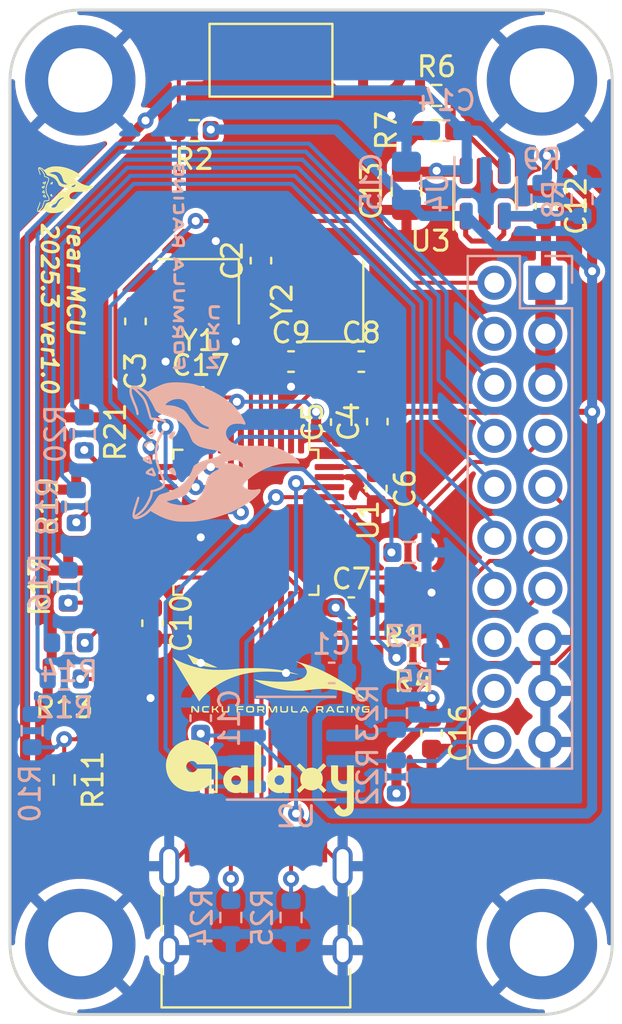
<source format=kicad_pcb>
(kicad_pcb (version 20221018) (generator pcbnew)
  (layers (0 "F.Cu" signal) (31 "B.Cu" signal) (34 "B.Paste" user) (35 "F.Paste" user) (36 "B.SilkS" user "B.Silkscreen") (37 "F.SilkS" user "F.Silkscreen") (38 "B.Mask" user) (39 "F.Mask" user) (44 "Edge.Cuts" user))
  (net 0 "")
  (net 1 "GND")
  (net 2 "+3.3V")
  (net 3 "/HSE_IN")
  (net 4 "/HSE_OUT")
  (net 5 "/LSE_IN")
  (net 6 "/LSE_OUT")
  (net 7 "VDC")
  (net 8 "+5V")
  (net 9 "Net-(C16-Pad1)")
  (net 10 "SW_signal")
  (net 11 "CAN+")
  (net 12 "CAN-")
  (net 14 "BMS_signal")
  (net 15 "SWDIO")
  (net 16 "IMD_signal")
  (net 17 "SWDCLK")
  (net 18 "BSPD_signal")
  (net 19 "BSPD_signal1")
  (net 20 "BSPD_signal2")
  (net 21 "BSPD_signal3")
  (net 22 "Net-(J2-CC1)")
  (net 23 "USB_D+")
  (net 24 "USB_D-")
  (net 26 "Net-(J2-CC2)")
  (net 28 "/ADC_IN0")
  (net 29 "/RESET")
  (net 30 "/ADC_IN1")
  (net 31 "Net-(U3-ADJ)")
  (net 32 "Net-(U4-ADJ)")
  (net 33 "BMS_LED")
  (net 34 "IMD_LED")
  (net 35 "BSPD_LED")
  (net 36 "BSPD_Check1")
  (net 37 "BSPD_Check2")
  (net 38 "BSPD_Check3")
  (net 51 "CAN_TX")
  (net 52 "CAN_RX")
  (net 60 "Brake_signal1")
  (net 61 "Brake_signal2")
  (footprint "MountingHole:MountingHole_3.2mm_M3_ISO14580_Pad" (layer "F.Cu") (at 130 87)
    (fp_text reference "H3" hide)
    (fp_text value "MountingHole_Pad" hide)
  )
  (footprint "Capacitor_SMD:C_0603_1608Metric" (layer "F.Cu") (at 124.5 119.5 -90)
    (fp_text reference "C16")
    (fp_text value "1u" hide)
  )
  (footprint "logo:galaxy_logo_10mm" (layer "F.Cu") (at 116 121.75)
    (fp_text reference "G***" hide)
    (fp_text value "LOGO" hide)
  )
  (footprint "Capacitor_SMD:C_0603_1608Metric" (layer "F.Cu") (at 116 95.975 90)
    (fp_text reference "C2")
    (fp_text value "20p" hide)
  )
  (footprint "Connector_USB:USB_C_Receptacle_HRO_TYPE-C-31-M-12" (layer "F.Cu") (at 115.75 129.25)
    (fp_text reference "J2" hide)
    (fp_text value "USB_C_Receptacle_USB2.0_16P" hide)
  )
  (footprint "Resistor_SMD:R_0603_1608Metric" (layer "F.Cu") (at 123.575 115.5 180)
    (fp_text reference "R4")
    (fp_text value "47k" hide)
  )
  (footprint "Capacitor_SMD:C_0805_2012Metric" (layer "F.Cu") (at 123.25 92.5 -90)
    (fp_text reference "C13")
    (fp_text value "10u" hide)
  )
  (footprint "Resistor_SMD:R_0603_1608Metric" (layer "F.Cu") (at 124.75 89.5)
    (fp_text reference "R7")
    (fp_text value "866k" hide)
  )
  (footprint "logo:nckufs_logo_10mm" (layer "F.Cu") (at 116.5 117)
    (fp_text reference "G***" hide)
    (fp_text value "LOGO" hide)
  )
  (footprint "Capacitor_SMD:C_0603_1608Metric" (layer "F.Cu") (at 120.5 113.25)
    (fp_text reference "C7")
    (fp_text value "100n" hide)
  )
  (footprint "Package_TO_SOT_SMD:SOT-23-5" (layer "F.Cu") (at 127.15 92.6375 90)
    (fp_text reference "U3")
    (fp_text value "AP2204K-ADJ" hide)
  )
  (footprint "Capacitor_SMD:C_0603_1608Metric" (layer "F.Cu") (at 117.5 101)
    (fp_text reference "C9")
    (fp_text value "20p" hide)
  )
  (footprint "Capacitor_SMD:C_0603_1608Metric" (layer "F.Cu") (at 121.8 103.9875 90)
    (fp_text reference "C4")
    (fp_text value "100n" hide)
  )
  (footprint "Resistor_SMD:R_0603_1608Metric" (layer "F.Cu") (at 106.8 108.2 90)
    (fp_text reference "R19")
    (fp_text value "100k" hide)
  )
  (footprint "Resistor_SMD:R_0603_1608Metric" (layer "F.Cu") (at 124.75 87.75)
    (fp_text reference "R6")
    (fp_text value "100k" hide)
  )
  (footprint "Resistor_SMD:R_0603_1608Metric" (layer "F.Cu") (at 106.4 115 180)
    (fp_text reference "R15" hide)
    (fp_text value "100k" hide)
  )
  (footprint "Resistor_SMD:R_0603_1608Metric" (layer "F.Cu") (at 106.2 121.825 -90)
    (fp_text reference "R11")
    (fp_text value "100k" hide)
  )
  (footprint "Capacitor_SMD:C_0603_1608Metric" (layer "F.Cu") (at 113 102.7875 180)
    (fp_text reference "C17")
    (fp_text value "100n" hide)
  )
  (footprint "Resistor_SMD:R_0603_1608Metric" (layer "F.Cu") (at 106.2 116.8 180)
    (fp_text reference "R13")
    (fp_text value "100k" hide)
  )
  (footprint "Crystal:Crystal_SMD_SeikoEpson_FA238-4Pin_3.2x2.5mm" (layer "F.Cu") (at 112.9 97.5 180)
    (fp_text reference "Y1")
    (fp_text value "8M" hide)
  )
  (footprint "Capacitor_SMD:C_0603_1608Metric" (layer "F.Cu") (at 120 104.0125 90)
    (fp_text reference "C5")
    (fp_text value "1u" hide)
  )
  (footprint "Resistor_SMD:R_0603_1608Metric" (layer "F.Cu") (at 112.675 89.5 180)
    (fp_text reference "R2")
    (fp_text value "10k" hide)
  )
  (footprint "Resistor_SMD:R_0603_1608Metric" (layer "F.Cu") (at 106.4 112.225 90)
    (fp_text reference "R17")
    (fp_text value "100k" hide)
  )
  (footprint "Capacitor_SMD:C_0603_1608Metric" (layer "F.Cu") (at 130.2 93.25 90)
    (fp_text reference "C12")
    (fp_text value "1u" hide)
  )
  (footprint "Capacitor_SMD:C_0603_1608Metric" (layer "F.Cu") (at 109.75 99 -90)
    (fp_text reference "C3")
    (fp_text value "20p" hide)
  )
  (footprint "Resistor_SMD:R_0603_1608Metric" (layer "F.Cu") (at 123.325 110.5 180)
    (fp_text reference "R1")
    (fp_text value "47k" hide)
  )
  (footprint "MountingHole:MountingHole_3.2mm_M3_ISO14580_Pad" (layer "F.Cu") (at 107 130)
    (fp_text reference "H2" hide)
    (fp_text value "MountingHole_Pad" hide)
  )
  (footprint "MountingHole:MountingHole_3.2mm_M3_ISO14580_Pad" (layer "F.Cu") (at 107 87)
    (fp_text reference "H4" hide)
    (fp_text value "MountingHole_Pad" hide)
  )
  (footprint "Crystal:Crystal_SMD_SeikoEpson_FA238-4Pin_3.2x2.5mm" (layer "F.Cu") (at 119.5 98 90)
    (fp_text reference "Y2")
    (fp_text value "32.768k" hide)
  )
  (footprint "Capacitor_SMD:C_0603_1608Metric" (layer "F.Cu") (at 121.75 107.325 -90)
    (fp_text reference "C6")
    (fp_text value "100n" hide)
  )
  (footprint "Button_Switch_SMD:SW_SPST_FSMSM" (layer "F.Cu") (at 116.5 86 180)
    (fp_text reference "SW1" hide)
    (fp_text value "SW_SPST" hide)
  )
  (footprint "logo:fire_shark_4mm" (layer "F.Cu") (at 106.25 92.5 -90)
    (fp_text reference "G***" hide)
    (fp_text value "LOGO" hide)
  )
  (footprint "Capacitor_SMD:C_0603_1608Metric" (layer "F.Cu") (at 121 101)
    (fp_text reference "C8")
    (fp_text value "20p" hide)
  )
  (footprint "Package_QFP:LQFP-48_7x7mm_P0.5mm" (layer "F.Cu") (at 115.25 109 -90)
    (fp_text reference "U1")
    (fp_text value "STM32F103C8Tx" hide)
  )
  (footprint "MountingHole:MountingHole_3.2mm_M3_ISO14580_Pad" (layer "F.Cu") (at 130 130)
    (fp_text reference "H1" hide)
    (fp_text value "MountingHole_Pad" hide)
  )
  (footprint "Resistor_SMD:R_0603_1608Metric" (layer "F.Cu") (at 107.2 104.6 90)
    (fp_text reference "R21")
    (fp_text value "100k" hide)
  )
  (footprint "Capacitor_SMD:C_0603_1608Metric" (layer "F.Cu") (at 110.6 114.025 -90)
    (fp_text reference "C10")
    (fp_text value "100n" hide)
  )
  (footprint "Capacitor_SMD:C_0805_2012Metric" (layer "B.Cu") (at 123.25 92 90)
    (fp_text reference "C15")
    (fp_text value "10u" hide)
  )
  (footprint "Resistor_SMD:R_0603_1608Metric" (layer "B.Cu") (at 123.675 115.5)
    (fp_text reference "R5")
    (fp_text value "100k" hide)
  )
  (footprint "Resistor_SMD:R_0603_1608Metric" (layer "B.Cu") (at 130 92.925 -90)
    (fp_text reference "R9")
    (fp_text value "165k" hide)
  )
  (footprint "Resistor_SMD:R_0603_1608Metric" (layer "B.Cu") (at 117.5 128.675 -90)
    (fp_text reference "R25")
    (fp_text value "5k1" hide)
  )
  (footprint "Resistor_SMD:R_0603_1608Metric" (layer "B.Cu") (at 106.425 115)
    (fp_text reference "R14")
    (fp_text value "47k" hide)
  )
  (footprint "Resistor_SMD:R_0603_1608Metric" (layer "B.Cu") (at 122.75 118.5 -90)
    (fp_text reference "R23")
    (fp_text value "60R" hide)
  )
  (footprint "Resistor_SMD:R_0603_1608Metric" (layer "B.Cu") (at 132 92.925 -90)
    (fp_text reference "R8")
    (fp_text value "100k" hide)
  )
  (footprint "Resistor_SMD:R_0603_1608Metric" (layer "B.Cu") (at 106.8 108.225 -90)
    (fp_text reference "R18")
    (fp_text value "47k" hide)
  )
  (footprint "Capacitor_SMD:C_0603_1608Metric" (layer "B.Cu") (at 125.25 89.5 180)
    (fp_text reference "C14")
    (fp_text value "1u" hide)
  )
  (footprint "Connector_PinHeader_2.54mm:PinHeader_2x10_P2.54mm_Vertical" (layer "B.Cu") (at 130.17 97.075 180)
    (fp_text reference "J1" hide)
    (fp_text value "Conn_02x10_Odd_Even" hide)
  )
  (footprint "Resistor_SMD:R_0603_1608Metric" (layer "B.Cu") (at 106.2 116.8)
    (fp_text reference "R12")
    (fp_text value "47k" hide)
  )
  (footprint "Package_TO_SOT_SMD:SOT-23-5" (layer "B.Cu") (at 127.2 92.6125 -90)
    (fp_text reference "U4")
    (fp_text value "AP2204K-ADJ" hide)
  )
  (footprint "Resistor_SMD:R_0603_1608Metric" (layer "B.Cu") (at 107.2 104.6 -90)
    (fp_text reference "R20")
    (fp_text value "47k" hide)
  )
  (footprint "Resistor_SMD:R_0603_1608Metric" (layer "B.Cu") (at 104.6 119.375 -90)
    (fp_text reference "R10")
    (fp_text value "47k" hide)
  )
  (footprint "Capacitor_SMD:C_0603_1608Metric" (layer "B.Cu") (at 119.525 116.5 180)
    (fp_text reference "C1")
    (fp_text value "100n" hide)
  )
  (footprint "Package_SO:SOIC-8_3.9x4.9mm_P1.27mm" (layer "B.Cu") (at 117.75 120.25)
    (fp_text reference "U2")
    (fp_text value "SN65HVD256D" hide)
  )
  (footprint "Capacitor_SMD:C_0603_1608Metric" (layer "B.Cu") (at 113 118.75 90)
    (fp_text reference "C11")
    (fp_text value "100n" hide)
  )
  (footprint "logo:fire_shark_logo_20mm" (layer "B.Cu") (at 114.25 100.25 90)
    (fp_text reference "G***" hide)
    (fp_text value "LOGO" hide)
  )
  (footprint "Resistor_SMD:R_0603_1608Metric" (layer "B.Cu") (at 106.4 112.2 -90)
    (fp_text reference "R16")
    (fp_text value "47k" hide)
  )
  (footprint "Resistor_SMD:R_0603_1608Metric" (layer "B.Cu") (at 123.425 110.5)
    (fp_text reference "R3")
    (fp_text value "100k" hide)
  )
  (footprint "Resistor_SMD:R_0603_1608Metric" (layer "B.Cu") (at 122.75 121.675 -90)
    (fp_text reference "R22")
    (fp_text value "60R" hide)
  )
  (footprint "Resistor_SMD:R_0603_1608Metric" (layer "B.Cu") (at 114.5 128.675 -90)
    (fp_text reference "R24")
    (fp_text value "5k1" hide)
  )
  (gr_line (start 130 83.5) (end 107 83.5) (stroke (width 0.15)) (layer "Edge.Cuts"))
  (gr_arc (start 130 83.5) (mid 132.474873 84.525126) (end 133.5 87) (stroke (width 0.15)) (layer "Edge.Cuts"))
  (gr_arc (start 107 133.5) (mid 104.525127 132.474874) (end 103.5 130) (stroke (width 0.15)) (layer "Edge.Cuts"))
  (gr_arc (start 103.5 87) (mid 104.525126 84.525127) (end 107 83.5) (stroke (width 0.15)) (layer "Edge.Cuts"))
  (gr_line (start 107 133.5) (end 130 133.5) (stroke (width 0.15)) (layer "Edge.Cuts"))
  (gr_line (start 103.5 87) (end 103.5 130) (stroke (width 0.15)) (layer "Edge.Cuts"))
  (gr_arc (start 133.5 130) (mid 132.474874 132.474873) (end 130 133.5) (stroke (width 0.15)) (layer "Edge.Cuts"))
  (gr_line (start 133.5 130) (end 133.5 87) (stroke (width 0.15)) (layer "Edge.Cuts"))
  (gr_text "rear MCU\n2025.3 ver1.0\n" (at 105 94 -90) (layer "F.SilkS") (effects (font (size 0.8 0.8) (thickness 0.16) bold italic) (justify left bottom)))
  (segment (start 117.5 113.1625) (end 117.5 114) (width 0.2) (layer "F.Cu") (net 1))
  (segment (start 119.4125 108.25) (end 121.6 108.25) (width 0.2) (layer "F.Cu") (net 1))
  (segment (start 127.15 93.112501) (end 127.512501 92.75) (width 0.2) (layer "F.Cu") (net 1))
  (segment (start 113 109.51005) (end 113 109.75) (width 0.2) (layer "F.Cu") (net 1))
  (segment (start 112.5 125.205) (end 112.345 125.205) (width 0.2) (layer "F.Cu") (net 1))
  (segment (start 119.4125 106.75) (end 120.4 106.75) (width 0.2) (layer "F.Cu") (net 1))
  (segment (start 120.325 114.2) (end 121.275 113.25) (width 0.2) (layer "F.Cu") (net 1))
  (segment (start 114.5 104.8375) (end 114.5 108.01005) (width 0.2) (layer "F.Cu") (net 1))
  (segment (start 117.5 114) (end 117.7 114.2) (width 0.2) (layer "F.Cu") (net 1))
  (segment (start 127.512501 92.75) (end 129.925 92.75) (width 0.2) (layer "F.Cu") (net 1))
  (segment (start 127.15 93.775) (end 127.15 93.112501) (width 0.2) (layer "F.Cu") (net 1))
  (segment (start 114.5 108.01005) (end 113 109.51005) (width 0.2) (layer "F.Cu") (net 1))
  (segment (start 117.7 114.2) (end 120.325 114.2) (width 0.2) (layer "F.Cu") (net 1))
  (segment (start 119 125.205) (end 119.155 125.205) (width 0.2) (layer "F.Cu") (net 1))
  (segment (start 120.4 106.75) (end 121.75 108.1) (width 0.2) (layer "F.Cu") (net 1))
  (segment (start 129.925 92.75) (end 130.2 92.475) (width 0.2) (layer "F.Cu") (net 1))
  (segment (start 121.6 108.25) (end 121.75 108.1) (width 0.2) (layer "F.Cu") (net 1))
  (segment (start 119.155 125.205) (end 120.07 126.12) (width 0.2) (layer "F.Cu") (net 1))
  (segment (start 112.345 125.205) (end 111.43 126.12) (width 0.2) (layer "F.Cu") (net 1))
  (via (at 110.5 117.75) (size 0.8) (drill 0.4) (layers "F.Cu" "B.Cu") (net 1))
  (via (at 113 109.75) (size 0.8) (drill 0.4) (layers "F.Cu" "B.Cu") (net 1))
  (via (at 113.75 95) (size 0.8) (drill 0.4) (layers "F.Cu" "B.Cu") (net 1))
  (via (at 124.5 112.5) (size 0.8) (drill 0.4) (layers "F.Cu" "B.Cu") (net 1))
  (via (at 117.5 102.25) (size 0.8) (drill 0.4) (layers "F.Cu" "B.Cu") (net 1))
  (via (at 113 116) (size 0.8) (drill 0.4) (layers "F.Cu" "B.Cu") (net 1))
  (via (at 117.25 116.5) (size 0.8) (drill 0.4) (layers "F.Cu" "B.Cu") (net 1))
  (via (at 122.5 88.75) (size 0.8) (drill 0.4) (layers "F.Cu" "B.Cu") (net 1))
  (via (at 111.25 101) (size 0.8) (drill 0.4) (layers "F.Cu" "B.Cu") (net 1))
  (via (at 114.75 100) (size 0.8) (drill 0.4) (layers "F.Cu" "B.Cu") (net 1))
  (segment (start 124.475 89.825) (end 124.475 89.5) (width 0.2) (layer "B.Cu") (net 1))
  (segment (start 123.25 89.5) (end 122.5 88.75) (width 0.2) (layer "B.Cu") (net 1))
  (segment (start 124.475 89.5) (end 123.25 89.5) (width 0.2) (layer "B.Cu") (net 1))
  (segment (start 132.5 96.5) (end 132.5 93) (width 0.5) (layer "F.Cu") (net 2))
  (segment (start 114.5875 102.7875) (end 113.775 102.7875) (width 0.2) (layer "F.Cu") (net 2))
  (segment (start 121.8 106.5) (end 121.75 106.55) (width 0.5) (layer "F.Cu") (net 2))
  (segment (start 118 112.39259) (end 118 113.1625) (width 0.2) (layer "F.Cu") (net 2))
  (segment (start 118.175 104.7625) (end 118.1 104.8375) (width 0.5) (layer "F.Cu") (net 2))
  (segment (start 123.25 103.5) (end 127.127943 103.5) (width 0.3) (layer "F.Cu") (net 2))
  (segment (start 121.75 105) (end 123.25 103.5) (width 0.3) (layer "F.Cu") (net 2))
  (segment (start 111.0875 111.75) (end 117.35741 111.75) (width 0.2) (layer "F.Cu") (net 2))
  (segment (start 128.132057 103.5) (end 129.667943 103.5) (width 0.3) (layer "F.Cu") (net 2))
  (segment (start 129.672943 103.495) (end 130.667057 103.495) (width 0.3) (layer "F.Cu") (net 2))
  (segment (start 110.525 113.3) (end 110.525 112.4125) (width 0.5) (layer "F.Cu") (net 2))
  (segment (start 118.75 104.7625) (end 118.175 104.7625) (width 0.5) (layer "F.Cu") (net 2))
  (segment (start 114 103.0125) (end 113.775 102.7875) (width 0.2) (layer "F.Cu") (net 2))
  (segment (start 121.75 106.55) (end 121.45 106.25) (width 0.2) (layer "F.Cu") (net 2))
  (segment (start 130.667057 103.495) (end 130.672057 103.5) (width 0.3) (layer "F.Cu") (net 2))
  (segment (start 119.3 113.25) (end 118.25 113.25) (width 0.8) (layer "F.Cu") (net 2))
  (segment (start 127.127943 103.5) (end 127.132943 103.495) (width 0.3) (layer "F.Cu") (net 2))
  (segment (start 117.35741 111.75) (end 118 112.39259) (width 0.2) (layer "F.Cu") (net 2))
  (segment (start 121.45 106.25) (end 119.4125 106.25) (width 0.2) (layer "F.Cu") (net 2))
  (segment (start 114 104.8375) (end 114 103.0125) (width 0.2) (layer "F.Cu") (net 2))
  (segment (start 114.8 103) (end 114.5875 102.7875) (width 0.2) (layer "F.Cu") (net 2))
  (segment (start 121.75 106.55) (end 121.75 105) (width 0.2) (layer "F.Cu") (net 2))
  (segment (start 129.667943 103.5) (end 129.672943 103.495) (width 0.3) (layer "F.Cu") (net 2))
  (segment (start 128.127057 103.495) (end 128.132057 103.5) (width 0.3) (layer "F.Cu") (net 2))
  (segment (start 121.8 104.7625) (end 121.8 106.5) (width 0.5) (layer "F.Cu") (net 2))
  (segment (start 118.75 103.5) (end 118.75 103.89375) (width 0.2) (layer "F.Cu") (net 2))
  (segment (start 119.64375 104.7875) (end 120 104.7875) (width 0.2) (layer "F.Cu") (net 2))
  (segment (start 110.525 112.4125) (end 111.0875 111.85) (width 0.5) (layer "F.Cu") (net 2))
  (segment (start 130.672057 103.5) (end 132.5 103.5) (width 0.3) (layer "F.Cu") (net 2))
  (segment (start 121.8 104.7625) (end 118.75 104.7625) (width 0.5) (layer "F.Cu") (net 2))
  (segment (start 132.5 93) (end 130.25 90.75) (width 0.5) (layer "F.Cu") (net 2))
  (segment (start 118.75 104.7625) (end 118.75 103.5) (width 0.5) (layer "F.Cu") (net 2))
  (segment (start 127.132943 103.495) (end 128.127057 103.495) (width 0.3) (layer "F.Cu") (net 2))
  (via (at 132.5 103.5) (size 0.8) (drill 0.4) (layers "F.Cu" "B.Cu") (net 2))
  (via (at 114.8 103) (size 0.8) (drill 0.4) (layers "F.Cu" "B.Cu") (net 2))
  (via (at 119.725 113.25) (size 0.8) (drill 0.4) (layers "F.Cu" "B.Cu") (net 2))
  (via (at 132.5 96.5) (size 0.8) (drill 0.4) (layers "F.Cu" "B.Cu") (net 2))
  (via (at 113.5 89.45) (size 0.8) (drill 0.4) (layers "F.Cu" "B.Cu") (net 2))
  (via (at 130.25 90.75) (size 0.8) (drill 0.4) (layers "F.Cu" "B.Cu") (net 2))
  (via (at 118.75 103.5) (size 0.8) (drill 0.4) (layers "F.Cu" "B.Cu") (net 2))
  (segment (start 126.25 93.75) (end 124.75 93.75) (width 0.5) (layer "B.Cu") (net 2))
  (segment (start 114.8 103) (end 118.25 103) (width 0.2) (layer "B.Cu") (net 2))
  (segment (start 123.25 92.95) (end 119.75 89.45) (width 0.5) (layer "B.Cu") (net 2))
  (segment (start 120.3 118.27) (end 120.225 118.345) (width 0.5) (layer "B.Cu") (net 2))
  (segment (start 118.25 103) (end 118.75 103.5) (width 0.2) (layer "B.Cu") (net 2))
  (segment (start 120.3 116.5) (end 120.3 113.825) (width 0.5) (layer "B.Cu") (net 2))
  (segment (start 130.25 91.85) (end 130 92.1) (width 0.5) (layer "B.Cu") (net 2))
  (segment (start 124.05 93.75) (end 123.25 92.95) (width 0.5) (layer "B.Cu") (net 2))
  (segment (start 120.3 113.825) (end 119.725 113.25) (width 0.5) (layer "B.Cu") (net 2))
  (segment (start 132.25 123.5) (end 119.5 123.5) (width 0.5) (layer "B.Cu") (net 2))
  (segment (start 124.75 93.75) (end 124.05 93.75) (width 0.5) (layer "B.Cu") (net 2))
  (segment (start 132.5 103.5) (end 132.5 123.25) (width 0.5) (layer "B.Cu") (net 2))
  (segment (start 127.75 95.25) (end 131.25 95.25) (width 0.5) (layer "B.Cu") (net 2))
  (segment (start 126.25 93.75) (end 127.75 95.25) (width 0.5) (layer "B.Cu") (net 2))
  (segment (start 130.25 90.75) (end 130.25 91.85) (width 0.5) (layer "B.Cu") (net 2))
  (segment (start 119.75 89.45) (end 113.5 89.45) (width 0.5) (layer "B.Cu") (net 2))
  (segment (start 118.8 122.8) (end 118.8 118.795001) (width 0.5) (layer "B.Cu") (net 2))
  (segment (start 118.8 118.795001) (end 119.250001 118.345) (width 0.5) (layer "B.Cu") (net 2))
  (segment (start 132.5 96.5) (end 132.5 103.5) (width 0.5) (layer "B.Cu") (net 2))
  (segment (start 119.250001 118.345) (end 120.225 118.345) (width 0.5) (layer "B.Cu") (net 2))
  (segment (start 131.25 95.25) (end 132.5 96.5) (width 0.5) (layer "B.Cu") (net 2))
  (segment (start 119.5 123.5) (end 118.8 122.8) (width 0.5) (layer "B.Cu") (net 2))
  (segment (start 120.3 116.5) (end 120.3 118.27) (width 0.5) (layer "B.Cu") (net 2))
  (segment (start 132.5 123.25) (end 132.25 123.5) (width 0.5) (layer "B.Cu") (net 2))
  (segment (start 115.75 96.775) (end 115.75 101.684314) (width 0.2) (layer "F.Cu") (net 3))
  (segment (start 116 96.525) (end 115.75 96.775) (width 0.2) (layer "F.Cu") (net 3))
  (segment (start 115.95 96.7) (end 116 96.75) (width 0.2) (layer "F.Cu") (net 3))
  (segment (start 116 101.934314) (end 116 104.8375) (width 0.2) (layer "F.Cu") (net 3))
  (segment (start 114.175 96.525) (end 114 96.7) (width 0.2) (layer "F.Cu") (net 3))
  (segment (start 115.75 101.684314) (end 116 101.934314) (width 0.2) (layer "F.Cu") (net 3))
  (segment (start 114 96.7) (end 115.95 96.7) (width 0.2) (layer "F.Cu") (net 3))
  (segment (start 111.8 98.3) (end 109.825 98.3) (width 0.2) (layer "F.Cu") (net 4))
  (segment (start 112 99) (end 115.5 102.5) (width 0.2) (layer "F.Cu") (net 4))
  (segment (start 109.825 98.3) (end 109.75 98.225) (width 0.2) (layer "F.Cu") (net 4))
  (segment (start 112.15 98.15) (end 112 98.3) (width 0.2) (layer "F.Cu") (net 4))
  (segment (start 115.5 102.5) (end 115.5 104.8375) (width 0.2) (layer "F.Cu") (net 4))
  (segment (start 112 98.3) (end 112 99) (width 0.2) (layer "F.Cu") (net 4))
  (segment (start 120.3 99.1) (end 120.3 100.732236) (width 0.2) (layer "F.Cu") (net 5))
  (segment (start 117 104.032236) (end 117 104.8375) (width 0.25) (layer "F.Cu") (net 5))
  (segment (start 120.3 100.732236) (end 117 104.032236) (width 0.2) (layer "F.Cu") (net 5))
  (segment (start 118.7 96.9) (end 118.7 99.1) (width 0.2) (layer "F.Cu") (net 6))
  (segment (start 118.7 96.9) (end 116.5 99.1) (width 0.2) (layer "F.Cu") (net 6))
  (segment (start 116.5 99.1) (end 116.5 104.8375) (width 0.2) (layer "F.Cu") (net 6))
  (segment (start 128.1 93.775) (end 129.95 93.775) (width 0.5) (layer "F.Cu") (net 7))
  (segment (start 126.2 94.7) (end 126.5 95) (width 0.25) (layer "F.Cu") (net 7))
  (segment (start 129.95 93.775) (end 130.2 94.025) (width 0.5) (layer "F.Cu") (net 7))
  (segment (start 126.5 95) (end 127.75 95) (width 0.25) (layer "F.Cu") (net 7))
  (segment (start 128.1 94.65) (end 128.1 93.775) (width 0.25) (layer "F.Cu") (net 7))
  (segment (start 130.2 94.025) (end 130.2 97.045) (width 0.5) (layer "F.Cu") (net 7))
  (segment (start 130.17 99.615) (end 130.17 97.075) (width 1) (layer "F.Cu") (net 7))
  (segment (start 130.2 97.045) (end 130.17 97.075) (width 0.5) (layer "F.Cu") (net 7))
  (segment (start 126.2 93.775) (end 126.2 94.7) (width 0.25) (layer "F.Cu") (net 7))
  (segment (start 127.75 95) (end 128.1 94.65) (width 0.25) (layer "F.Cu") (net 7))
  (segment (start 130.17 102.155) (end 130.17 99.615) (width 1) (layer "F.Cu") (net 7))
  (segment (start 123.7 91.55) (end 123.25 91.1) (width 0.5) (layer "F.Cu") (net 8))
  (segment (start 126.15 91.55) (end 126.2 91.5) (width 0.5) (layer "F.Cu") (net 8))
  (segment (start 104.25 123.25) (end 105.03 124.03) (width 0.5) (layer "F.Cu") (net 8))
  (segment (start 113.3 119.825) (end 113.3 125.205) (width 0.2) (layer "F.Cu") (net 8))
  (segment (start 118.2 123.95) (end 118.2 125.205) (width 0.2) (layer "F.Cu") (net 8))
  (segment (start 113.25 124.03) (end 113.3 124.08) (width 0.5) (layer "F.Cu") (net 8))
  (segment (start 123.25 91.1) (end 123.25 90.175) (width 0.5) (layer "F.Cu") (net 8))
  (segment (start 123.25 90.175) (end 123.925 89.5) (width 0.5) (layer "F.Cu") (net 8))
  (segment (start 110.25 89) (end 104.25 95) (width 0.5) (layer "F.Cu") (net 8))
  (segment (start 105.03 124.03) (end 113.25 124.03) (width 0.5) (layer "F.Cu") (net 8))
  (segment (start 124.75 91.5) (end 124.7 91.55) (width 0.5) (layer "F.Cu") (net 8))
  (segment (start 104.25 95) (end 104.25 123.25) (width 0.5) (layer "F.Cu") (net 8))
  (segment (start 124.8 91.55) (end 126.15 91.55) (width 0.5) (layer "F.Cu") (net 8))
  (segment (start 117.75 123.5) (end 118.2 123.95) (width 0.2) (layer "F.Cu") (net 8))
  (segment (start 113.3 124.08) (end 113.3 125.205) (width 0.5) (layer "F.Cu") (net 8))
  (segment (start 124.7 91.55) (end 123.7 91.55) (width 0.5) (layer "F.Cu") (net 8))
  (segment (start 124.75 91.5) (end 124.8 91.55) (width 0.5) (layer "F.Cu") (net 8))
  (segment (start 113 119.525) (end 113.3 119.825) (width 0.2) (layer "F.Cu") (net 8))
  (via (at 110.25 89) (size 0.8) (drill 0.4) (layers "F.Cu" "B.Cu") (net 8))
  (via (at 117.75 123.5) (size 0.8) (drill 0.4) (layers "F.Cu" "B.Cu") (net 8))
  (via (at 124.75 91.5) (size 0.8) (drill 0.4) (layers "F.Cu" "B.Cu") (net 8))
  (via (at 113 119.525) (size 0.8) (drill 0.4) (layers "F.Cu" "B.Cu") (net 8))
  (segment (start 111.75 87.5) (end 110.25 89) (width 0.5) (layer "B.Cu") (net 8))
  (segment (start 126.025 89.5) (end 126.837499 89.5) (width 0.5) (layer "B.Cu") (net 8))
  (segment (start 126.25 91.475) (end 126.25 89.725) (width 0.5) (layer "B.Cu") (net 8))
  (segment (start 113 119.525) (end 113.09 119.615) (width 0.2) (layer "B.Cu") (net 8))
  (segment (start 115.620552 119.615) (end 115.275 119.615) (width 0.2) (layer "B.Cu") (net 8))
  (segment (start 124.025 87.5) (end 111.75 87.5) (width 0.5) (layer "B.Cu") (net 8))
  (segment (start 113.09 119.615) (end 115.275 119.615) (width 0.2) (layer "B.Cu") (net 8))
  (segment (start 124.775 91.475) (end 124.75 91.5) (width 0.5) (layer "B.Cu") (net 8))
  (segment (start 117.75 121.744448) (end 115.620552 119.615) (width 0.2) (layer "B.Cu") (net 8))
  (segment (start 126.25 91.475) (end 124.775 91.475) (width 0.5) (layer "B.Cu") (net 8))
  (segment (start 128.15 90.812501) (end 128.15 91.475) (width 0.5) (layer "B.Cu") (net 8))
  (segment (start 117.75 123.5) (end 117.75 121.744448) (width 0.2) (layer "B.Cu") (net 8))
  (segment (start 126.025 89.5) (end 124.025 87.5) (width 0.5) (layer "B.Cu") (net 8))
  (segment (start 126.25 89.725) (end 126.025 89.5) (width 0.5) (layer "B.Cu") (net 8))
  (segment (start 126.837499 89.5) (end 128.15 90.812501) (width 0.5) (layer "B.Cu") (net 8))
  (segment (start 122.75 120.475) (end 122.75 122.5) (width 0.5) (layer "F.Cu") (net 9))
  (segment (start 124.5 117.75) (end 124.5 118.725) (width 0.5) (layer "F.Cu") (net 9))
  (segment (start 124.5 118.725) (end 122.75 120.475) (width 0.5) (layer "F.Cu") (net 9))
  (via (at 122.75 122.5) (size 0.8) (drill 0.4) (layers "F.Cu" "B.Cu") (net 9))
  (via (at 124.5 117.75) (size 0.8) (drill 0.4) (layers "F.Cu" "B.Cu") (net 9))
  (segment (start 122.75 117.675) (end 124.425 117.675) (width 0.5) (layer "B.Cu") (net 9))
  (segment (start 124.425 117.675) (end 124.5 117.75) (width 0.5) (layer "B.Cu") (net 9))
  (segment (start 120.5 94) (end 112.75 94) (width 0.2) (layer "F.Cu") (net 10))
  (segment (start 110.5 105.25) (end 110.5 106.25) (width 0.2) (layer "F.Cu") (net 10))
  (segment (start 110.5 106.25) (end 111.0875 106.25) (width 0.2) (layer "F.Cu") (net 10))
  (segment (start 123.575 97.075) (end 120.5 94) (width 0.2) (layer "F.Cu") (net 10))
  (segment (start 127.63 97.075) (end 123.575 97.075) (width 0.2) (layer "F.Cu") (net 10))
  (via (at 112.75 94) (size 0.8) (drill 0.4) (layers "F.Cu" "B.Cu") (net 10))
  (via (at 110.5 105.25) (size 0.8) (drill 0.4) (layers "F.Cu" "B.Cu") (net 10))
  (segment (start 108.5 98.25) (end 112.75 94) (width 0.2) (layer "B.Cu") (net 10))
  (segment (start 110.5 105) (end 108.5 103) (width 0.2) (layer "B.Cu") (net 10))
  (segment (start 110.5 105.25) (end 110.5 105) (width 0.2) (layer "B.Cu") (net 10))
  (segment (start 108.5 103) (end 108.5 98.25) (width 0.2) (layer "B.Cu") (net 10))
  (segment (start 124.776397 120.885) (end 120.225 120.885) (width 0.2) (layer "B.Cu") (net 11))
  (segment (start 125.726397 119.935) (end 124.776397 120.885) (width 0.2) (layer "B.Cu") (net 11))
  (segment (start 127.63 119.935) (end 125.726397 119.935) (width 0.2) (layer "B.Cu") (net 11))
  (segment (start 121.977501 119.325) (end 121.687501 119.615) (width 0.2) (layer "B.Cu") (net 12))
  (segment (start 127.63 117.395) (end 125.7 119.325) (width 0.2) (layer "B.Cu") (net 12))
  (segment (start 121.687501 119.615) (end 120.225 119.615) (width 0.2) (layer "B.Cu") (net 12))
  (segment (start 125.7 119.325) (end 121.977501 119.325) (width 0.2) (layer "B.Cu") (net 12))
  (segment (start 104.337256 118.487256) (end 104.6 118.75) (width 0.2) (layer "B.Cu") (net 14))
  (segment (start 104.337256 94.65) (end 104.337256 118.487256) (width 0.2) (layer "B.Cu") (net 14))
  (segment (start 118.4 90.15) (end 117.5 90.15) (width 0.2) (layer "B.Cu") (net 14))
  (segment (start 117.837256 90.15) (end 108.837256 90.15) (width 0.2) (layer "B.Cu") (net 14))
  (segment (start 108.837256 90.15) (end 104.337256 94.65) (width 0.2) (layer "B.Cu") (net 14))
  (segment (start 127.63 99.615) (end 127.63 99.38) (width 0.2) (layer "B.Cu") (net 14))
  (segment (start 127.63 99.38) (end 118.4 90.15) (width 0.2) (layer "B.Cu") (net 14))
  (segment (start 117.5 114.75) (end 122.312352 114.75) (width 0.2) (layer "F.Cu") (net 15))
  (segment (start 129.02 113.465) (end 130.17 112.315) (width 0.2) (layer "F.Cu") (net 15))
  (segment (start 117 114.25) (end 117.5 114.75) (width 0.2) (layer "F.Cu") (net 15))
  (segment (start 123.597352 113.465) (end 129.02 113.465) (width 0.2) (layer "F.Cu") (net 15))
  (segment (start 117 113.1625) (end 117 114.25) (width 0.2) (layer "F.Cu") (net 15))
  (segment (start 122.312352 114.75) (end 123.597352 113.465) (width 0.2) (layer "F.Cu") (net 15))
  (segment (start 125.25 97.565686) (end 118.234314 90.55) (width 0.2) (layer "B.Cu") (net 16))
  (segment (start 125.25 99.775) (end 125.25 97.565686) (width 0.2) (layer "B.Cu") (net 16))
  (segment (start 109.002942 90.55) (end 104.870099 94.682844) (width 0.2) (layer "B.Cu") (net 16))
  (segment (start 118.234314 90.55) (end 109.002942 90.55) (width 0.2) (layer "B.Cu") (net 16))
  (segment (start 104.870099 116.295099) (end 105.375 116.8) (width 0.2) (layer "B.Cu") (net 16))
  (segment (start 104.870099 94.682844) (end 104.870099 116.295099) (width 0.2) (layer "B.Cu") (net 16))
  (segment (start 127.63 102.155) (end 125.25 99.775) (width 0.2) (layer "B.Cu") (net 16))
  (segment (start 126.568654 111.75) (end 127.393654 110.925) (width 0.2) (layer "F.Cu") (net 17))
  (segment (start 129.02 110.925) (end 130.17 109.775) (width 0.2) (layer "F.Cu") (net 17))
  (segment (start 127.393654 110.925) (end 129.02 110.925) (width 0.2) (layer "F.Cu") (net 17))
  (segment (start 119.4125 111.75) (end 126.568654 111.75) (width 0.2) (layer "F.Cu") (net 17))
  (segment (start 105.270099 103.8) (end 105.270099 103.9) (width 0.2) (layer "B.Cu") (net 18))
  (segment (start 118.068628 90.95) (end 109.168628 90.95) (width 0.2) (layer "B.Cu") (net 18))
  (segment (start 124.85 101.915) (end 124.85 97.731372) (width 0.2) (layer "B.Cu") (net 18))
  (segment (start 109.168628 90.95) (end 105.270099 94.848529) (width 0.2) (layer "B.Cu") (net 18))
  (segment (start 105.270099 103.8) (end 105.270099 114.670099) (width 0.2) (layer "B.Cu") (net 18))
  (segment (start 124.85 97.731372) (end 118.068628 90.95) (width 0.2) (layer "B.Cu") (net 18))
  (segment (start 127.63 104.695) (end 124.85 101.915) (width 0.2) (layer "B.Cu") (net 18))
  (segment (start 105.270099 94.848529) (end 105.270099 104) (width 0.2) (layer "B.Cu") (net 18))
  (segment (start 105.270099 114.670099) (end 105.6 115) (width 0.2) (layer "B.Cu") (net 18))
  (segment (start 105.670099 110.645099) (end 106.4 111.375) (width 0.2) (layer "B.Cu") (net 19))
  (segment (start 117.85 91.35) (end 109.334314 91.35) (width 0.2) (layer "B.Cu") (net 19))
  (segment (start 127.63 107.235) (end 127.63 107.13) (width 0.2) (layer "B.Cu") (net 19))
  (segment (start 124.45 97.95) (end 117.85 91.35) (width 0.2) (layer "B.Cu") (net 19))
  (segment (start 124.45 103.95) (end 124.45 97.95) (width 0.2) (layer "B.Cu") (net 19))
  (segment (start 105.670099 95.014215) (end 105.670099 110.645099) (width 0.2) (layer "B.Cu") (net 19))
  (segment (start 109.334314 91.35) (end 105.670099 95.014215) (width 0.2) (layer "B.Cu") (net 19))
  (segment (start 127.63 107.13) (end 124.45 103.95) (width 0.2) (layer "B.Cu") (net 19))
  (segment (start 109.5 91.75) (end 106.087256 95.162744) (width 0.2) (layer "B.Cu") (net 20))
  (segment (start 127.63 109.13) (end 123.993628 105.493628) (width 0.2) (layer "B.Cu") (net 20))
  (segment (start 106.087256 106.687256) (end 106.8 107.4) (width 0.2) (layer "B.Cu") (net 20))
  (segment (start 123.993628 105.493628) (end 123.993628 98.059314) (width 0.2) (layer "B.Cu") (net 20))
  (segment (start 106.087256 95.162744) (end 106.087256 106.687256) (width 0.2) (layer "B.Cu") (net 20))
  (segment (start 123.993628 98.059314) (end 117.684314 91.75) (width 0.2) (layer "B.Cu") (net 20))
  (segment (start 127.63 109.775) (end 127.63 109.13) (width 0.2) (layer "B.Cu") (net 20))
  (segment (start 117.684314 91.75) (end 109.5 91.75) (width 0.2) (layer "B.Cu") (net 20))
  (segment (start 109.665686 92.15) (end 106.6 95.215686) (width 0.2) (layer "B.Cu") (net 21))
  (segment (start 106.6 95.215686) (end 106.6 103.175) (width 0.2) (layer "B.Cu") (net 21))
  (segment (start 117.518628 92.15) (end 109.665686 92.15) (width 0.2) (layer "B.Cu") (net 21))
  (segment (start 123.593628 98.225) (end 117.518628 92.15) (width 0.2) (layer "B.Cu") (net 21))
  (segment (start 127.63 111.63) (end 123.593628 107.593628) (width 0.2) (layer "B.Cu") (net 21))
  (segment (start 123.593628 107.593628) (end 123.593628 98.225) (width 0.2) (layer "B.Cu") (net 21))
  (segment (start 127.63 112.315) (end 127.63 111.63) (width 0.2) (layer "B.Cu") (net 21))
  (segment (start 106.6 103.175) (end 107.2 103.775) (width 0.2) (layer "B.Cu") (net 21))
  (segment (start 114.5 126.75) (end 114.5 125.205) (width 0.2) (layer "F.Cu") (net 22))
  (via (at 114.5 126.75) (size 0.8) (drill 0.4) (layers "F.Cu" "B.Cu") (net 22))
  (segment (start 114.5 127.85) (end 114.5 126.75) (width 0.2) (layer "B.Cu") (net 22))
  (segment (start 116.475 124.092499) (end 116.475 113.75) (width 0.2) (layer "F.Cu") (net 23))
  (segment (start 116.5 124.117499) (end 116.475 124.092499) (width 0.2) (layer "F.Cu") (net 23))
  (segment (start 115.5 126.18) (end 115.82 126.5) (width 0.2) (layer "F.Cu") (net 23))
  (segment (start 116.5 126.18) (end 116.5 125.205) (width 0.2) (layer "F.Cu") (net 23))
  (segment (start 115.5 125.205) (end 115.5 126.18) (width 0.2) (layer "F.Cu") (net 23))
  (segment (start 116.5 125.205) (end 116.5 124.117499) (width 0.2) (layer "F.Cu") (net 23))
  (segment (start 116.18 126.5) (end 116.5 126.18) (width 0.2) (layer "F.Cu") (net 23))
  (segment (start 115.82 126.5) (end 116.18 126.5) (width 0.2) (layer "F.Cu") (net 23))
  (segment (start 116 124.117499) (end 116.025 124.092499) (width 0.2) (layer "F.Cu") (net 24))
  (segment (start 115 125.205) (end 115 124.23) (width 0.2) (layer "F.Cu") (net 24))
  (segment (start 115 124.23) (end 115.48 123.75) (width 0.2) (layer "F.Cu") (net 24))
  (segment (start 116.025 124.092499) (end 116.025 123.75) (width 0.2) (layer "F.Cu") (net 24))
  (segment (start 116.025 123.75) (end 116.025 113.75) (width 0.2) (layer "F.Cu") (net 24))
  (segment (start 116 125.205) (end 116 124.117499) (width 0.2) (layer "F.Cu") (net 24))
  (segment (start 115.48 123.75) (end 116.025 123.75) (width 0.2) (layer "F.Cu") (net 24))
  (segment (start 117.5 126.75) (end 117.5 125.205) (width 0.2) (layer "F.Cu") (net 26))
  (via (at 117.5 126.75) (size 0.8) (drill 0.4) (layers "F.Cu" "B.Cu") (net 26))
  (segment (start 117.5 127.85) (end 117.5 126.75) (width 0.2) (layer "B.Cu") (net 26))
  (segment (start 113.5 106.25) (end 113.5 104.8375) (width 0.2) (layer "F.Cu") (net 28))
  (via (at 113.5 106.25) (size 0.8) (drill 0.4) (layers "F.Cu" "B.Cu") (net 28))
  (via (at 122.5 110.5) (size 0.8) (drill 0.4) (layers "F.Cu" "B.Cu") (net 28))
  (segment (start 115 104.75) (end 113.5 106.25) (width 0.2) (layer "B.Cu") (net 28))
  (segment (start 122.5 110.5) (end 122.5 108.25) (width 0.2) (layer "B.Cu") (net 28))
  (segment (start 119 104.75) (end 115 104.75) (width 0.2) (layer "B.Cu") (net 28))
  (segment (start 122.5 108.25) (end 119 104.75) (width 0.2) (layer "B.Cu") (net 28))
  (segment (start 111.91 86) (end 111.91 94.09) (width 0.2) (layer "F.Cu") (net 29))
  (segment (start 111.91 94.09) (end 108.75 97.25) (width 0.2) (layer "F.Cu") (net 29))
  (segment (start 108.75 101.75) (end 111.25 104.25) (width 0.2) (layer "F.Cu") (net 29))
  (segment (start 108.75 97.25) (end 108.75 101.75) (width 0.2) (layer "F.Cu") (net 29))
  (segment (start 115 108.5) (end 115 104.8375) (width 0.2) (layer "F.Cu") (net 29))
  (via (at 111.25 104.25) (size 0.8) (drill 0.4) (layers "F.Cu" "B.Cu") (net 29))
  (via (at 115 108.5) (size 0.8) (drill 0.4) (layers "F.Cu" "B.Cu") (net 29))
  (segment (start 111.25 106.73995) (end 113.01005 108.5) (width 0.2) (layer "B.Cu") (net 29))
  (segment (start 111.25 104.25) (end 111.25 106.73995) (width 0.2) (layer "B.Cu") (net 29))
  (segment (start 113.01005 108.5) (end 115 108.5) (width 0.2) (layer "B.Cu") (net 29))
  (segment (start 112.75 105.85741) (end 113 105.60741) (width 0.2) (layer "F.Cu") (net 30))
  (segment (start 113 105.60741) (end 113 104.8375) (width 0.2) (layer "F.Cu") (net 30))
  (segment (start 112.75 107.25) (end 112.75 105.85741) (width 0.2) (layer "F.Cu") (net 30))
  (via (at 112.75 107.25) (size 0.8) (drill 0.4) (layers "F.Cu" "B.Cu") (net 30))
  (via (at 122.75 115.75) (size 0.8) (drill 0.4) (layers "F.Cu" "B.Cu") (net 30))
  (segment (start 114.38995 106.35) (end 113.48995 107.25) (width 0.2) (layer "B.Cu") (net 30))
  (segment (start 121.8 110.05) (end 118.1 106.35) (width 0.2) (layer "B.Cu") (net 30))
  (segment (start 121.8 114.8) (end 121.8 110.05) (width 0.2) (layer "B.Cu") (net 30))
  (segment (start 113.48995 107.25) (end 112.75 107.25) (width 0.2) (layer "B.Cu") (net 30))
  (segment (start 122.75 115.75) (end 121.8 114.8) (width 0.2) (layer "B.Cu") (net 30))
  (segment (start 118.1 106.35) (end 114.38995 106.35) (width 0.2) (layer "B.Cu") (net 30))
  (segment (start 128.1 91.5) (end 126.1 89.5) (width 0.25) (layer "F.Cu") (net 31))
  (segment (start 126.1 89.5) (end 125.575 89.5) (width 0.25) (layer "F.Cu") (net 31))
  (segment (start 125.575 89.5) (end 125.575 87.75) (width 0.25) (layer "F.Cu") (net 31))
  (segment (start 128.15 93.75) (end 130 93.75) (width 0.5) (layer "B.Cu") (net 32))
  (segment (start 130 93.75) (end 132 93.75) (width 0.5) (layer "B.Cu") (net 32))
  (segment (start 109.4 111.16759) (end 110.31759 110.25) (width 0.2) (layer "F.Cu") (net 33))
  (segment (start 110.31759 110.25) (end 111.0875 110.25) (width 0.2) (layer "F.Cu") (net 33))
  (segment (start 106.2 119.8) (end 106.2 121) (width 0.2) (layer "F.Cu") (net 33))
  (segment (start 106.2 119.8) (end 106.8 119.8) (width 0.2) (layer "F.Cu") (net 33))
  (segment (start 109.4 117.2) (end 109.4 111.16759) (width 0.2) (layer "F.Cu") (net 33))
  (segment (start 106.8 119.8) (end 109.4 117.2) (width 0.2) (layer "F.Cu") (net 33))
  (via (at 106.2 119.8) (size 0.8) (drill 0.4) (layers "F.Cu" "B.Cu") (net 33))
  (segment (start 104.6 120.2) (end 105.8 120.2) (width 0.2) (layer "B.Cu") (net 33))
  (segment (start 105.8 120.2) (end 106.2 119.8) (width 0.2) (layer "B.Cu") (net 33))
  (segment (start 110.31759 109.25) (end 111.0875 109.25) (width 0.2) (layer "F.Cu") (net 34))
  (segment (start 108.2 116.8) (end 109 116) (width 0.2) (layer "F.Cu") (net 34))
  (segment (start 109 110.56759) (end 110.31759 109.25) (width 0.2) (layer "F.Cu") (net 34))
  (segment (start 107 116.8) (end 108.2 116.8) (width 0.2) (layer "F.Cu") (net 34))
  (segment (start 109 116) (end 109 110.56759) (width 0.2) (layer "F.Cu") (net 34))
  (via (at 107 116.8) (size 0.8) (drill 0.4) (layers "F.Cu" "B.Cu") (net 34))
  (segment (start 108.6 110.401904) (end 110.251904 108.75) (width 0.2) (layer "F.Cu") (net 35))
  (segment (start 110.251904 108.75) (end 111.0875 108.75) (width 0.2) (layer "F.Cu") (net 35))
  (segment (start 107.225 115) (end 108.6 113.625) (width 0.2) (layer "F.Cu") (net 35))
  (segment (start 108.6 113.625) (end 108.6 110.401904) (width 0.2) (layer "F.Cu") (net 35))
  (via (at 107.225 115) (size 0.8) (drill 0.4) (layers "F.Cu" "B.Cu") (net 35))
  (segment (start 106.4 113) (end 107.4 113) (width 0.2) (layer "F.Cu") (net 36))
  (segment (start 107.4 113) (end 108.2 112.2) (width 0.2) (layer "F.Cu") (net 36))
  (segment (start 108.2 112.2) (end 108.2 109.6) (width 0.2) (layer "F.Cu") (net 36))
  (segment (start 108.2 109.6) (end 110.05 107.75) (width 0.2) (layer "F.Cu") (net 36))
  (segment (start 110.05 107.75) (end 111.0875 107.75) (width 0.2) (layer "F.Cu") (net 36))
  (via (at 106.4 113) (size 0.8) (drill 0.4) (layers "F.Cu" "B.Cu") (net 36))
  (segment (start 106.8 109) (end 108.55 107.25) (width 0.25) (layer "F.Cu") (net 37))
  (segment (start 108.55 107.25) (end 111.0875 107.25) (width 0.25) (layer "F.Cu") (net 37))
  (via (at 106.8 109) (size 0.8) (drill 0.4) (layers "F.Cu" "B.Cu") (net 37))
  (segment (start 107.2 105.4) (end 108.55 106.75) (width 0.25) (layer "F.Cu") (net 38))
  (segment (start 108.55 106.75) (end 111.0875 106.75) (width 0.25) (layer "F.Cu") (net 38))
  (via (at 107.2 105.4) (size 0.8) (drill 0.4) (layers "F.Cu" "B.Cu") (net 38))
  (segment (start 116.75 107.75) (end 119.4125 107.75) (width 0.2) (layer "F.Cu") (net 51))
  (via (at 116.75 107.75) (size 0.8) (drill 0.4) (layers "F.Cu" "B.Cu") (net 51))
  (segment (start 116.75 107.75) (end 115.3 109.2) (width 0.2) (layer "B.Cu") (net 51))
  (segment (start 111.25 120.25) (end 113.155 122.155) (width 0.2) (layer "B.Cu") (net 51))
  (segment (start 115.05 109.2) (end 111.25 113) (width 0.2) (layer "B.Cu") (net 51))
  (segment (start 111.25 113) (end 111.25 120.25) (width 0.2) (layer "B.Cu") (net 51))
  (segment (start 113.155 122.155) (end 115.275 122.155) (width 0.2) (layer "B.Cu") (net 51))
  (segment (start 115.3 109.2) (end 115.05 109.2) (width 0.2) (layer "B.Cu") (net 51))
  (segment (start 117.95 107.25) (end 119.4125 107.25) (width 0.2) (layer "F.Cu") (net 52))
  (segment (start 117.75 107.05) (end 117.95 107.25) (width 0.2) (layer "F.Cu") (net 52))
  (via (at 117.75 107.05) (size 0.8) (drill 0.4) (layers "F.Cu" "B.Cu") (net 52))
  (segment (start 115.275 115.025) (end 115.275 118.345) (width 0.2) (layer "B.Cu") (net 52))
  (segment (start 117.75 112.5) (end 115.275 114.975) (width 0.2) (layer "B.Cu") (net 52))
  (segment (start 117.75 107.05) (end 117.75 112.5) (width 0.2) (layer "B.Cu") (net 52))
  (segment (start 115.275 114.975) (end 115.275 115.025) (width 0.2) (layer "B.Cu") (net 52))
  (segment (start 126.5 106) (end 124.15 108.35) (width 0.2) (layer "F.Cu") (net 60))
  (segment (start 130.17 104.695) (end 128.865 106) (width 0.2) (layer "F.Cu") (net 60))
  (segment (start 128.865 106) (end 126.5 106) (width 0.2) (layer "F.Cu") (net 60))
  (segment (start 124.15 108.35) (end 124.15 110.5) (width 0.2) (layer "F.Cu") (net 60))
  (segment (start 130.646346 116.005) (end 124.905 116.005) (width 0.2) (layer "F.Cu") (net 61))
  (segment (start 124.905 116.005) (end 124.4 115.5) (width 0.2) (layer "F.Cu") (net 61))
  (segment (start 130.17 107.235) (end 131.5 108.565) (width 0.2) (layer "F.Cu") (net 61))
  (segment (start 131.5 115.151346) (end 130.646346 116.005) (width 0.2) (layer "F.Cu") (net 61))
  (segment (start 131.5 108.565) (end 131.5 115.151346) (width 0.2) (layer "F.Cu") (net 61))
  (zone (net 1) (net_name "GND") (layers "F&B.Cu") (connect_pads (clearance 0.25)) (min_thickness 0.25) (fill yes (thermal_gap 0.5) (thermal_bridge_width 0.5))
    (polygon (pts (xy 103 83) (xy 134 83) (xy 134 134) (xy 103 134)))
  )
)
</source>
